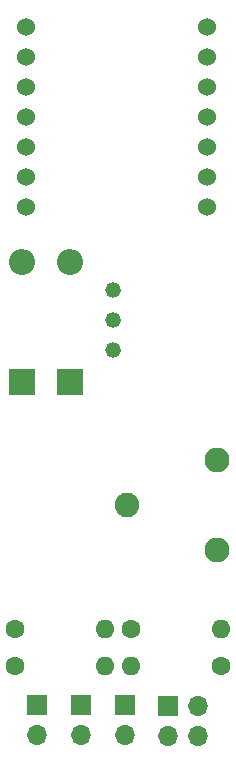
<source format=gbs>
%TF.GenerationSoftware,KiCad,Pcbnew,7.0.10*%
%TF.CreationDate,2024-06-11T00:53:48-07:00*%
%TF.ProjectId,FloatSID,466c6f61-7453-4494-942e-6b696361645f,rev?*%
%TF.SameCoordinates,Original*%
%TF.FileFunction,Soldermask,Bot*%
%TF.FilePolarity,Negative*%
%FSLAX46Y46*%
G04 Gerber Fmt 4.6, Leading zero omitted, Abs format (unit mm)*
G04 Created by KiCad (PCBNEW 7.0.10) date 2024-06-11 00:53:48*
%MOMM*%
%LPD*%
G01*
G04 APERTURE LIST*
%ADD10C,1.524000*%
%ADD11C,1.600000*%
%ADD12O,1.600000X1.600000*%
%ADD13C,1.320800*%
%ADD14R,1.700000X1.700000*%
%ADD15O,1.700000X1.700000*%
%ADD16O,2.200000X2.200000*%
%ADD17R,2.200000X2.200000*%
%ADD18C,2.082800*%
%ADD19C,2.109000*%
G04 APERTURE END LIST*
D10*
%TO.C,U4*%
X133257500Y-80370400D03*
X133257500Y-85450400D03*
X133257500Y-87990400D03*
X133257500Y-90530400D03*
X133257500Y-93070400D03*
X117957500Y-93070400D03*
X133257500Y-77830400D03*
X117957500Y-90530400D03*
X117957500Y-87990400D03*
X133257500Y-82910400D03*
X117957500Y-85450400D03*
X117957500Y-82910400D03*
X117957500Y-80370400D03*
X117957500Y-77830400D03*
%TD*%
D11*
%TO.C,R1*%
X117035100Y-131900000D03*
D12*
X124655100Y-131900000D03*
%TD*%
D11*
%TO.C,R4*%
X117025100Y-128800000D03*
D12*
X124645100Y-128800000D03*
%TD*%
D13*
%TO.C,SW1*%
X125324900Y-102600000D03*
X125324900Y-100060000D03*
X125324900Y-105140000D03*
%TD*%
D14*
%TO.C,U2*%
X130000000Y-135260000D03*
D15*
X132540000Y-135260000D03*
X130000000Y-137800000D03*
X132540000Y-137800000D03*
%TD*%
D16*
%TO.C,D1*%
X117600000Y-97720000D03*
D17*
X117600000Y-107880000D03*
%TD*%
D14*
%TO.C,SW2*%
X118900000Y-135225000D03*
D15*
X118900000Y-137765000D03*
%TD*%
D14*
%TO.C,B4*%
X126300000Y-135225000D03*
D15*
X126300000Y-137765000D03*
%TD*%
D18*
%TO.C,F1*%
X126500000Y-118300000D03*
D19*
X134120000Y-114490000D03*
X134120000Y-122110000D03*
%TD*%
D11*
%TO.C,R2*%
X126835100Y-128800000D03*
D12*
X134455100Y-128800000D03*
%TD*%
D14*
%TO.C,M1*%
X122600000Y-135225000D03*
D15*
X122600000Y-137765000D03*
%TD*%
D16*
%TO.C,D2*%
X121700000Y-97720000D03*
D17*
X121700000Y-107880000D03*
%TD*%
D11*
%TO.C,R3*%
X134455100Y-131900000D03*
D12*
X126835100Y-131900000D03*
%TD*%
M02*

</source>
